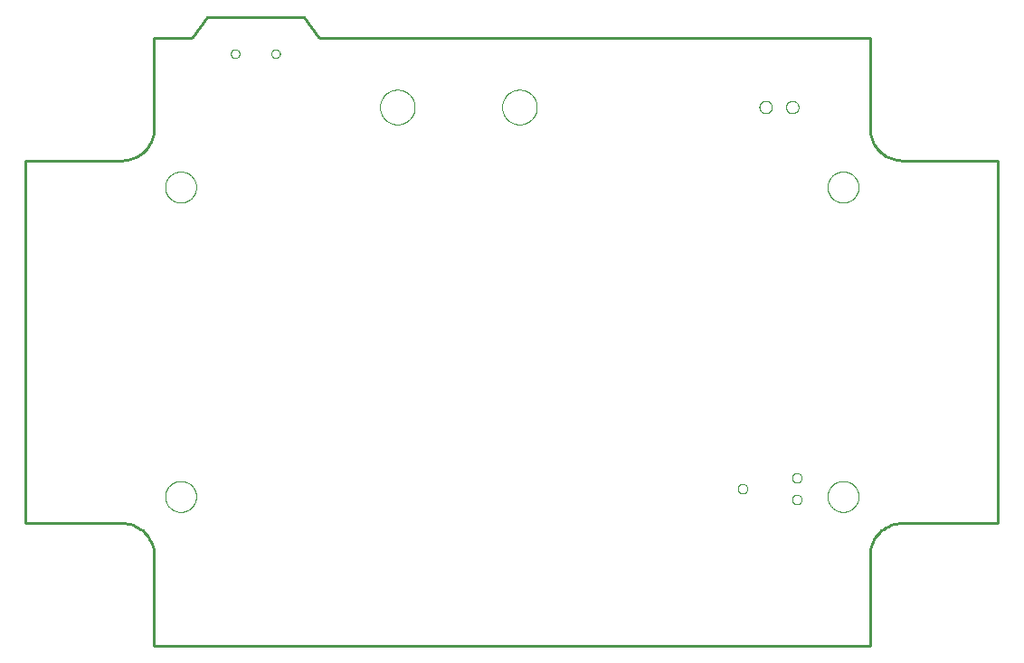
<source format=gko>
G04 EAGLE Gerber RS-274X export*
G75*
%MOMM*%
%FSLAX34Y34*%
%LPD*%
%INMechanicalNonPlated*%
%IPPOS*%
%AMOC8*
5,1,8,0,0,1.08239X$1,22.5*%
G01*
%ADD10C,0.000000*%
%ADD11C,0.254000*%


D10*
X0Y455000D02*
X90000Y455000D01*
X90725Y455009D01*
X91449Y455035D01*
X92173Y455079D01*
X92895Y455140D01*
X93616Y455219D01*
X94335Y455315D01*
X95051Y455428D01*
X95764Y455559D01*
X96474Y455707D01*
X97179Y455872D01*
X97881Y456054D01*
X98578Y456253D01*
X99271Y456468D01*
X99957Y456701D01*
X100638Y456950D01*
X101313Y457215D01*
X101981Y457496D01*
X102642Y457794D01*
X103296Y458107D01*
X103942Y458436D01*
X104580Y458781D01*
X105209Y459141D01*
X105829Y459516D01*
X106440Y459906D01*
X107042Y460310D01*
X107634Y460729D01*
X108215Y461163D01*
X108786Y461610D01*
X109345Y462071D01*
X109894Y462545D01*
X110430Y463032D01*
X110955Y463532D01*
X111468Y464045D01*
X111968Y464570D01*
X112455Y465106D01*
X112929Y465655D01*
X113390Y466214D01*
X113837Y466785D01*
X114271Y467366D01*
X114690Y467958D01*
X115094Y468560D01*
X115484Y469171D01*
X115859Y469791D01*
X116219Y470420D01*
X116564Y471058D01*
X116893Y471704D01*
X117206Y472358D01*
X117504Y473019D01*
X117785Y473687D01*
X118050Y474362D01*
X118299Y475043D01*
X118532Y475729D01*
X118747Y476422D01*
X118946Y477119D01*
X119128Y477821D01*
X119293Y478526D01*
X119441Y479236D01*
X119572Y479949D01*
X119685Y480665D01*
X119781Y481384D01*
X119860Y482105D01*
X119921Y482827D01*
X119965Y483551D01*
X119991Y484275D01*
X120000Y485000D01*
X120000Y570000D01*
X154495Y570000D01*
X154584Y570002D01*
X154672Y570008D01*
X154760Y570018D01*
X154848Y570031D01*
X154935Y570049D01*
X155021Y570070D01*
X155106Y570096D01*
X155190Y570125D01*
X155272Y570157D01*
X155353Y570194D01*
X155433Y570233D01*
X155510Y570277D01*
X155585Y570323D01*
X155659Y570373D01*
X155730Y570427D01*
X155798Y570483D01*
X155864Y570542D01*
X155927Y570604D01*
X155988Y570669D01*
X156045Y570737D01*
X156100Y570807D01*
X170000Y589500D01*
X260000Y589500D01*
X273900Y570807D01*
X273955Y570737D01*
X274012Y570669D01*
X274073Y570604D01*
X274136Y570542D01*
X274202Y570483D01*
X274270Y570427D01*
X274341Y570373D01*
X274415Y570323D01*
X274490Y570277D01*
X274567Y570233D01*
X274647Y570194D01*
X274728Y570157D01*
X274810Y570125D01*
X274894Y570096D01*
X274979Y570070D01*
X275065Y570049D01*
X275152Y570031D01*
X275240Y570018D01*
X275328Y570008D01*
X275416Y570002D01*
X275505Y570000D01*
X790000Y570000D01*
X790000Y485000D01*
X790009Y484275D01*
X790035Y483551D01*
X790079Y482827D01*
X790140Y482105D01*
X790219Y481384D01*
X790315Y480665D01*
X790428Y479949D01*
X790559Y479236D01*
X790707Y478526D01*
X790872Y477821D01*
X791054Y477119D01*
X791253Y476422D01*
X791468Y475729D01*
X791701Y475043D01*
X791950Y474362D01*
X792215Y473687D01*
X792496Y473019D01*
X792794Y472358D01*
X793107Y471704D01*
X793436Y471058D01*
X793781Y470420D01*
X794141Y469791D01*
X794516Y469171D01*
X794906Y468560D01*
X795310Y467958D01*
X795729Y467366D01*
X796163Y466785D01*
X796610Y466214D01*
X797071Y465655D01*
X797545Y465106D01*
X798032Y464570D01*
X798532Y464045D01*
X799045Y463532D01*
X799570Y463032D01*
X800106Y462545D01*
X800655Y462071D01*
X801214Y461610D01*
X801785Y461163D01*
X802366Y460729D01*
X802958Y460310D01*
X803560Y459906D01*
X804171Y459516D01*
X804791Y459141D01*
X805420Y458781D01*
X806058Y458436D01*
X806704Y458107D01*
X807358Y457794D01*
X808019Y457496D01*
X808687Y457215D01*
X809362Y456950D01*
X810043Y456701D01*
X810729Y456468D01*
X811422Y456253D01*
X812119Y456054D01*
X812821Y455872D01*
X813526Y455707D01*
X814236Y455559D01*
X814949Y455428D01*
X815665Y455315D01*
X816384Y455219D01*
X817105Y455140D01*
X817827Y455079D01*
X818551Y455035D01*
X819275Y455009D01*
X820000Y455000D01*
X910000Y455000D01*
X910000Y115000D01*
X820000Y115000D01*
X819275Y114991D01*
X818551Y114965D01*
X817827Y114921D01*
X817105Y114860D01*
X816384Y114781D01*
X815665Y114685D01*
X814949Y114572D01*
X814236Y114441D01*
X813526Y114293D01*
X812821Y114128D01*
X812119Y113946D01*
X811422Y113747D01*
X810729Y113532D01*
X810043Y113299D01*
X809362Y113050D01*
X808687Y112785D01*
X808019Y112504D01*
X807358Y112206D01*
X806704Y111893D01*
X806058Y111564D01*
X805420Y111219D01*
X804791Y110859D01*
X804171Y110484D01*
X803560Y110094D01*
X802958Y109690D01*
X802366Y109271D01*
X801785Y108837D01*
X801214Y108390D01*
X800655Y107929D01*
X800106Y107455D01*
X799570Y106968D01*
X799045Y106468D01*
X798532Y105955D01*
X798032Y105430D01*
X797545Y104894D01*
X797071Y104345D01*
X796610Y103786D01*
X796163Y103215D01*
X795729Y102634D01*
X795310Y102042D01*
X794906Y101440D01*
X794516Y100829D01*
X794141Y100209D01*
X793781Y99580D01*
X793436Y98942D01*
X793107Y98296D01*
X792794Y97642D01*
X792496Y96981D01*
X792215Y96313D01*
X791950Y95638D01*
X791701Y94957D01*
X791468Y94271D01*
X791253Y93578D01*
X791054Y92881D01*
X790872Y92179D01*
X790707Y91474D01*
X790559Y90764D01*
X790428Y90051D01*
X790315Y89335D01*
X790219Y88616D01*
X790140Y87895D01*
X790079Y87173D01*
X790035Y86449D01*
X790009Y85725D01*
X790000Y85000D01*
X790000Y0D01*
X120000Y0D01*
X120000Y85000D01*
X119991Y85725D01*
X119965Y86449D01*
X119921Y87173D01*
X119860Y87895D01*
X119781Y88616D01*
X119685Y89335D01*
X119572Y90051D01*
X119441Y90764D01*
X119293Y91474D01*
X119128Y92179D01*
X118946Y92881D01*
X118747Y93578D01*
X118532Y94271D01*
X118299Y94957D01*
X118050Y95638D01*
X117785Y96313D01*
X117504Y96981D01*
X117206Y97642D01*
X116893Y98296D01*
X116564Y98942D01*
X116219Y99580D01*
X115859Y100209D01*
X115484Y100829D01*
X115094Y101440D01*
X114690Y102042D01*
X114271Y102634D01*
X113837Y103215D01*
X113390Y103786D01*
X112929Y104345D01*
X112455Y104894D01*
X111968Y105430D01*
X111468Y105955D01*
X110955Y106468D01*
X110430Y106968D01*
X109894Y107455D01*
X109345Y107929D01*
X108786Y108390D01*
X108215Y108837D01*
X107634Y109271D01*
X107042Y109690D01*
X106440Y110094D01*
X105829Y110484D01*
X105209Y110859D01*
X104580Y111219D01*
X103942Y111564D01*
X103296Y111893D01*
X102642Y112206D01*
X101981Y112504D01*
X101313Y112785D01*
X100638Y113050D01*
X99957Y113299D01*
X99271Y113532D01*
X98578Y113747D01*
X97881Y113946D01*
X97179Y114128D01*
X96474Y114293D01*
X95764Y114441D01*
X95051Y114572D01*
X94335Y114685D01*
X93616Y114781D01*
X92895Y114860D01*
X92173Y114921D01*
X91449Y114965D01*
X90725Y114991D01*
X90000Y115000D01*
X0Y115000D01*
X0Y455000D01*
X130500Y430000D02*
X130504Y430356D01*
X130517Y430711D01*
X130539Y431067D01*
X130570Y431421D01*
X130609Y431775D01*
X130657Y432128D01*
X130713Y432479D01*
X130779Y432829D01*
X130852Y433177D01*
X130935Y433523D01*
X131025Y433867D01*
X131124Y434209D01*
X131232Y434548D01*
X131348Y434885D01*
X131472Y435218D01*
X131604Y435549D01*
X131744Y435876D01*
X131892Y436200D01*
X132048Y436519D01*
X132212Y436835D01*
X132384Y437147D01*
X132563Y437454D01*
X132750Y437757D01*
X132944Y438056D01*
X133145Y438349D01*
X133353Y438638D01*
X133569Y438921D01*
X133791Y439199D01*
X134020Y439471D01*
X134256Y439738D01*
X134498Y439998D01*
X134747Y440253D01*
X135002Y440502D01*
X135262Y440744D01*
X135529Y440980D01*
X135801Y441209D01*
X136079Y441431D01*
X136362Y441647D01*
X136651Y441855D01*
X136944Y442056D01*
X137243Y442250D01*
X137546Y442437D01*
X137853Y442616D01*
X138165Y442788D01*
X138481Y442952D01*
X138800Y443108D01*
X139124Y443256D01*
X139451Y443396D01*
X139782Y443528D01*
X140115Y443652D01*
X140452Y443768D01*
X140791Y443876D01*
X141133Y443975D01*
X141477Y444065D01*
X141823Y444148D01*
X142171Y444221D01*
X142521Y444287D01*
X142872Y444343D01*
X143225Y444391D01*
X143579Y444430D01*
X143933Y444461D01*
X144289Y444483D01*
X144644Y444496D01*
X145000Y444500D01*
X145356Y444496D01*
X145711Y444483D01*
X146067Y444461D01*
X146421Y444430D01*
X146775Y444391D01*
X147128Y444343D01*
X147479Y444287D01*
X147829Y444221D01*
X148177Y444148D01*
X148523Y444065D01*
X148867Y443975D01*
X149209Y443876D01*
X149548Y443768D01*
X149885Y443652D01*
X150218Y443528D01*
X150549Y443396D01*
X150876Y443256D01*
X151200Y443108D01*
X151519Y442952D01*
X151835Y442788D01*
X152147Y442616D01*
X152454Y442437D01*
X152757Y442250D01*
X153056Y442056D01*
X153349Y441855D01*
X153638Y441647D01*
X153921Y441431D01*
X154199Y441209D01*
X154471Y440980D01*
X154738Y440744D01*
X154998Y440502D01*
X155253Y440253D01*
X155502Y439998D01*
X155744Y439738D01*
X155980Y439471D01*
X156209Y439199D01*
X156431Y438921D01*
X156647Y438638D01*
X156855Y438349D01*
X157056Y438056D01*
X157250Y437757D01*
X157437Y437454D01*
X157616Y437147D01*
X157788Y436835D01*
X157952Y436519D01*
X158108Y436200D01*
X158256Y435876D01*
X158396Y435549D01*
X158528Y435218D01*
X158652Y434885D01*
X158768Y434548D01*
X158876Y434209D01*
X158975Y433867D01*
X159065Y433523D01*
X159148Y433177D01*
X159221Y432829D01*
X159287Y432479D01*
X159343Y432128D01*
X159391Y431775D01*
X159430Y431421D01*
X159461Y431067D01*
X159483Y430711D01*
X159496Y430356D01*
X159500Y430000D01*
X159496Y429644D01*
X159483Y429289D01*
X159461Y428933D01*
X159430Y428579D01*
X159391Y428225D01*
X159343Y427872D01*
X159287Y427521D01*
X159221Y427171D01*
X159148Y426823D01*
X159065Y426477D01*
X158975Y426133D01*
X158876Y425791D01*
X158768Y425452D01*
X158652Y425115D01*
X158528Y424782D01*
X158396Y424451D01*
X158256Y424124D01*
X158108Y423800D01*
X157952Y423481D01*
X157788Y423165D01*
X157616Y422853D01*
X157437Y422546D01*
X157250Y422243D01*
X157056Y421944D01*
X156855Y421651D01*
X156647Y421362D01*
X156431Y421079D01*
X156209Y420801D01*
X155980Y420529D01*
X155744Y420262D01*
X155502Y420002D01*
X155253Y419747D01*
X154998Y419498D01*
X154738Y419256D01*
X154471Y419020D01*
X154199Y418791D01*
X153921Y418569D01*
X153638Y418353D01*
X153349Y418145D01*
X153056Y417944D01*
X152757Y417750D01*
X152454Y417563D01*
X152147Y417384D01*
X151835Y417212D01*
X151519Y417048D01*
X151200Y416892D01*
X150876Y416744D01*
X150549Y416604D01*
X150218Y416472D01*
X149885Y416348D01*
X149548Y416232D01*
X149209Y416124D01*
X148867Y416025D01*
X148523Y415935D01*
X148177Y415852D01*
X147829Y415779D01*
X147479Y415713D01*
X147128Y415657D01*
X146775Y415609D01*
X146421Y415570D01*
X146067Y415539D01*
X145711Y415517D01*
X145356Y415504D01*
X145000Y415500D01*
X144644Y415504D01*
X144289Y415517D01*
X143933Y415539D01*
X143579Y415570D01*
X143225Y415609D01*
X142872Y415657D01*
X142521Y415713D01*
X142171Y415779D01*
X141823Y415852D01*
X141477Y415935D01*
X141133Y416025D01*
X140791Y416124D01*
X140452Y416232D01*
X140115Y416348D01*
X139782Y416472D01*
X139451Y416604D01*
X139124Y416744D01*
X138800Y416892D01*
X138481Y417048D01*
X138165Y417212D01*
X137853Y417384D01*
X137546Y417563D01*
X137243Y417750D01*
X136944Y417944D01*
X136651Y418145D01*
X136362Y418353D01*
X136079Y418569D01*
X135801Y418791D01*
X135529Y419020D01*
X135262Y419256D01*
X135002Y419498D01*
X134747Y419747D01*
X134498Y420002D01*
X134256Y420262D01*
X134020Y420529D01*
X133791Y420801D01*
X133569Y421079D01*
X133353Y421362D01*
X133145Y421651D01*
X132944Y421944D01*
X132750Y422243D01*
X132563Y422546D01*
X132384Y422853D01*
X132212Y423165D01*
X132048Y423481D01*
X131892Y423800D01*
X131744Y424124D01*
X131604Y424451D01*
X131472Y424782D01*
X131348Y425115D01*
X131232Y425452D01*
X131124Y425791D01*
X131025Y426133D01*
X130935Y426477D01*
X130852Y426823D01*
X130779Y427171D01*
X130713Y427521D01*
X130657Y427872D01*
X130609Y428225D01*
X130570Y428579D01*
X130539Y428933D01*
X130517Y429289D01*
X130504Y429644D01*
X130500Y430000D01*
X130500Y140000D02*
X130504Y140356D01*
X130517Y140711D01*
X130539Y141067D01*
X130570Y141421D01*
X130609Y141775D01*
X130657Y142128D01*
X130713Y142479D01*
X130779Y142829D01*
X130852Y143177D01*
X130935Y143523D01*
X131025Y143867D01*
X131124Y144209D01*
X131232Y144548D01*
X131348Y144885D01*
X131472Y145218D01*
X131604Y145549D01*
X131744Y145876D01*
X131892Y146200D01*
X132048Y146519D01*
X132212Y146835D01*
X132384Y147147D01*
X132563Y147454D01*
X132750Y147757D01*
X132944Y148056D01*
X133145Y148349D01*
X133353Y148638D01*
X133569Y148921D01*
X133791Y149199D01*
X134020Y149471D01*
X134256Y149738D01*
X134498Y149998D01*
X134747Y150253D01*
X135002Y150502D01*
X135262Y150744D01*
X135529Y150980D01*
X135801Y151209D01*
X136079Y151431D01*
X136362Y151647D01*
X136651Y151855D01*
X136944Y152056D01*
X137243Y152250D01*
X137546Y152437D01*
X137853Y152616D01*
X138165Y152788D01*
X138481Y152952D01*
X138800Y153108D01*
X139124Y153256D01*
X139451Y153396D01*
X139782Y153528D01*
X140115Y153652D01*
X140452Y153768D01*
X140791Y153876D01*
X141133Y153975D01*
X141477Y154065D01*
X141823Y154148D01*
X142171Y154221D01*
X142521Y154287D01*
X142872Y154343D01*
X143225Y154391D01*
X143579Y154430D01*
X143933Y154461D01*
X144289Y154483D01*
X144644Y154496D01*
X145000Y154500D01*
X145356Y154496D01*
X145711Y154483D01*
X146067Y154461D01*
X146421Y154430D01*
X146775Y154391D01*
X147128Y154343D01*
X147479Y154287D01*
X147829Y154221D01*
X148177Y154148D01*
X148523Y154065D01*
X148867Y153975D01*
X149209Y153876D01*
X149548Y153768D01*
X149885Y153652D01*
X150218Y153528D01*
X150549Y153396D01*
X150876Y153256D01*
X151200Y153108D01*
X151519Y152952D01*
X151835Y152788D01*
X152147Y152616D01*
X152454Y152437D01*
X152757Y152250D01*
X153056Y152056D01*
X153349Y151855D01*
X153638Y151647D01*
X153921Y151431D01*
X154199Y151209D01*
X154471Y150980D01*
X154738Y150744D01*
X154998Y150502D01*
X155253Y150253D01*
X155502Y149998D01*
X155744Y149738D01*
X155980Y149471D01*
X156209Y149199D01*
X156431Y148921D01*
X156647Y148638D01*
X156855Y148349D01*
X157056Y148056D01*
X157250Y147757D01*
X157437Y147454D01*
X157616Y147147D01*
X157788Y146835D01*
X157952Y146519D01*
X158108Y146200D01*
X158256Y145876D01*
X158396Y145549D01*
X158528Y145218D01*
X158652Y144885D01*
X158768Y144548D01*
X158876Y144209D01*
X158975Y143867D01*
X159065Y143523D01*
X159148Y143177D01*
X159221Y142829D01*
X159287Y142479D01*
X159343Y142128D01*
X159391Y141775D01*
X159430Y141421D01*
X159461Y141067D01*
X159483Y140711D01*
X159496Y140356D01*
X159500Y140000D01*
X159496Y139644D01*
X159483Y139289D01*
X159461Y138933D01*
X159430Y138579D01*
X159391Y138225D01*
X159343Y137872D01*
X159287Y137521D01*
X159221Y137171D01*
X159148Y136823D01*
X159065Y136477D01*
X158975Y136133D01*
X158876Y135791D01*
X158768Y135452D01*
X158652Y135115D01*
X158528Y134782D01*
X158396Y134451D01*
X158256Y134124D01*
X158108Y133800D01*
X157952Y133481D01*
X157788Y133165D01*
X157616Y132853D01*
X157437Y132546D01*
X157250Y132243D01*
X157056Y131944D01*
X156855Y131651D01*
X156647Y131362D01*
X156431Y131079D01*
X156209Y130801D01*
X155980Y130529D01*
X155744Y130262D01*
X155502Y130002D01*
X155253Y129747D01*
X154998Y129498D01*
X154738Y129256D01*
X154471Y129020D01*
X154199Y128791D01*
X153921Y128569D01*
X153638Y128353D01*
X153349Y128145D01*
X153056Y127944D01*
X152757Y127750D01*
X152454Y127563D01*
X152147Y127384D01*
X151835Y127212D01*
X151519Y127048D01*
X151200Y126892D01*
X150876Y126744D01*
X150549Y126604D01*
X150218Y126472D01*
X149885Y126348D01*
X149548Y126232D01*
X149209Y126124D01*
X148867Y126025D01*
X148523Y125935D01*
X148177Y125852D01*
X147829Y125779D01*
X147479Y125713D01*
X147128Y125657D01*
X146775Y125609D01*
X146421Y125570D01*
X146067Y125539D01*
X145711Y125517D01*
X145356Y125504D01*
X145000Y125500D01*
X144644Y125504D01*
X144289Y125517D01*
X143933Y125539D01*
X143579Y125570D01*
X143225Y125609D01*
X142872Y125657D01*
X142521Y125713D01*
X142171Y125779D01*
X141823Y125852D01*
X141477Y125935D01*
X141133Y126025D01*
X140791Y126124D01*
X140452Y126232D01*
X140115Y126348D01*
X139782Y126472D01*
X139451Y126604D01*
X139124Y126744D01*
X138800Y126892D01*
X138481Y127048D01*
X138165Y127212D01*
X137853Y127384D01*
X137546Y127563D01*
X137243Y127750D01*
X136944Y127944D01*
X136651Y128145D01*
X136362Y128353D01*
X136079Y128569D01*
X135801Y128791D01*
X135529Y129020D01*
X135262Y129256D01*
X135002Y129498D01*
X134747Y129747D01*
X134498Y130002D01*
X134256Y130262D01*
X134020Y130529D01*
X133791Y130801D01*
X133569Y131079D01*
X133353Y131362D01*
X133145Y131651D01*
X132944Y131944D01*
X132750Y132243D01*
X132563Y132546D01*
X132384Y132853D01*
X132212Y133165D01*
X132048Y133481D01*
X131892Y133800D01*
X131744Y134124D01*
X131604Y134451D01*
X131472Y134782D01*
X131348Y135115D01*
X131232Y135452D01*
X131124Y135791D01*
X131025Y136133D01*
X130935Y136477D01*
X130852Y136823D01*
X130779Y137171D01*
X130713Y137521D01*
X130657Y137872D01*
X130609Y138225D01*
X130570Y138579D01*
X130539Y138933D01*
X130517Y139289D01*
X130504Y139644D01*
X130500Y140000D01*
X750500Y140000D02*
X750504Y140356D01*
X750517Y140711D01*
X750539Y141067D01*
X750570Y141421D01*
X750609Y141775D01*
X750657Y142128D01*
X750713Y142479D01*
X750779Y142829D01*
X750852Y143177D01*
X750935Y143523D01*
X751025Y143867D01*
X751124Y144209D01*
X751232Y144548D01*
X751348Y144885D01*
X751472Y145218D01*
X751604Y145549D01*
X751744Y145876D01*
X751892Y146200D01*
X752048Y146519D01*
X752212Y146835D01*
X752384Y147147D01*
X752563Y147454D01*
X752750Y147757D01*
X752944Y148056D01*
X753145Y148349D01*
X753353Y148638D01*
X753569Y148921D01*
X753791Y149199D01*
X754020Y149471D01*
X754256Y149738D01*
X754498Y149998D01*
X754747Y150253D01*
X755002Y150502D01*
X755262Y150744D01*
X755529Y150980D01*
X755801Y151209D01*
X756079Y151431D01*
X756362Y151647D01*
X756651Y151855D01*
X756944Y152056D01*
X757243Y152250D01*
X757546Y152437D01*
X757853Y152616D01*
X758165Y152788D01*
X758481Y152952D01*
X758800Y153108D01*
X759124Y153256D01*
X759451Y153396D01*
X759782Y153528D01*
X760115Y153652D01*
X760452Y153768D01*
X760791Y153876D01*
X761133Y153975D01*
X761477Y154065D01*
X761823Y154148D01*
X762171Y154221D01*
X762521Y154287D01*
X762872Y154343D01*
X763225Y154391D01*
X763579Y154430D01*
X763933Y154461D01*
X764289Y154483D01*
X764644Y154496D01*
X765000Y154500D01*
X765356Y154496D01*
X765711Y154483D01*
X766067Y154461D01*
X766421Y154430D01*
X766775Y154391D01*
X767128Y154343D01*
X767479Y154287D01*
X767829Y154221D01*
X768177Y154148D01*
X768523Y154065D01*
X768867Y153975D01*
X769209Y153876D01*
X769548Y153768D01*
X769885Y153652D01*
X770218Y153528D01*
X770549Y153396D01*
X770876Y153256D01*
X771200Y153108D01*
X771519Y152952D01*
X771835Y152788D01*
X772147Y152616D01*
X772454Y152437D01*
X772757Y152250D01*
X773056Y152056D01*
X773349Y151855D01*
X773638Y151647D01*
X773921Y151431D01*
X774199Y151209D01*
X774471Y150980D01*
X774738Y150744D01*
X774998Y150502D01*
X775253Y150253D01*
X775502Y149998D01*
X775744Y149738D01*
X775980Y149471D01*
X776209Y149199D01*
X776431Y148921D01*
X776647Y148638D01*
X776855Y148349D01*
X777056Y148056D01*
X777250Y147757D01*
X777437Y147454D01*
X777616Y147147D01*
X777788Y146835D01*
X777952Y146519D01*
X778108Y146200D01*
X778256Y145876D01*
X778396Y145549D01*
X778528Y145218D01*
X778652Y144885D01*
X778768Y144548D01*
X778876Y144209D01*
X778975Y143867D01*
X779065Y143523D01*
X779148Y143177D01*
X779221Y142829D01*
X779287Y142479D01*
X779343Y142128D01*
X779391Y141775D01*
X779430Y141421D01*
X779461Y141067D01*
X779483Y140711D01*
X779496Y140356D01*
X779500Y140000D01*
X779496Y139644D01*
X779483Y139289D01*
X779461Y138933D01*
X779430Y138579D01*
X779391Y138225D01*
X779343Y137872D01*
X779287Y137521D01*
X779221Y137171D01*
X779148Y136823D01*
X779065Y136477D01*
X778975Y136133D01*
X778876Y135791D01*
X778768Y135452D01*
X778652Y135115D01*
X778528Y134782D01*
X778396Y134451D01*
X778256Y134124D01*
X778108Y133800D01*
X777952Y133481D01*
X777788Y133165D01*
X777616Y132853D01*
X777437Y132546D01*
X777250Y132243D01*
X777056Y131944D01*
X776855Y131651D01*
X776647Y131362D01*
X776431Y131079D01*
X776209Y130801D01*
X775980Y130529D01*
X775744Y130262D01*
X775502Y130002D01*
X775253Y129747D01*
X774998Y129498D01*
X774738Y129256D01*
X774471Y129020D01*
X774199Y128791D01*
X773921Y128569D01*
X773638Y128353D01*
X773349Y128145D01*
X773056Y127944D01*
X772757Y127750D01*
X772454Y127563D01*
X772147Y127384D01*
X771835Y127212D01*
X771519Y127048D01*
X771200Y126892D01*
X770876Y126744D01*
X770549Y126604D01*
X770218Y126472D01*
X769885Y126348D01*
X769548Y126232D01*
X769209Y126124D01*
X768867Y126025D01*
X768523Y125935D01*
X768177Y125852D01*
X767829Y125779D01*
X767479Y125713D01*
X767128Y125657D01*
X766775Y125609D01*
X766421Y125570D01*
X766067Y125539D01*
X765711Y125517D01*
X765356Y125504D01*
X765000Y125500D01*
X764644Y125504D01*
X764289Y125517D01*
X763933Y125539D01*
X763579Y125570D01*
X763225Y125609D01*
X762872Y125657D01*
X762521Y125713D01*
X762171Y125779D01*
X761823Y125852D01*
X761477Y125935D01*
X761133Y126025D01*
X760791Y126124D01*
X760452Y126232D01*
X760115Y126348D01*
X759782Y126472D01*
X759451Y126604D01*
X759124Y126744D01*
X758800Y126892D01*
X758481Y127048D01*
X758165Y127212D01*
X757853Y127384D01*
X757546Y127563D01*
X757243Y127750D01*
X756944Y127944D01*
X756651Y128145D01*
X756362Y128353D01*
X756079Y128569D01*
X755801Y128791D01*
X755529Y129020D01*
X755262Y129256D01*
X755002Y129498D01*
X754747Y129747D01*
X754498Y130002D01*
X754256Y130262D01*
X754020Y130529D01*
X753791Y130801D01*
X753569Y131079D01*
X753353Y131362D01*
X753145Y131651D01*
X752944Y131944D01*
X752750Y132243D01*
X752563Y132546D01*
X752384Y132853D01*
X752212Y133165D01*
X752048Y133481D01*
X751892Y133800D01*
X751744Y134124D01*
X751604Y134451D01*
X751472Y134782D01*
X751348Y135115D01*
X751232Y135452D01*
X751124Y135791D01*
X751025Y136133D01*
X750935Y136477D01*
X750852Y136823D01*
X750779Y137171D01*
X750713Y137521D01*
X750657Y137872D01*
X750609Y138225D01*
X750570Y138579D01*
X750539Y138933D01*
X750517Y139289D01*
X750504Y139644D01*
X750500Y140000D01*
X750500Y430000D02*
X750504Y430356D01*
X750517Y430711D01*
X750539Y431067D01*
X750570Y431421D01*
X750609Y431775D01*
X750657Y432128D01*
X750713Y432479D01*
X750779Y432829D01*
X750852Y433177D01*
X750935Y433523D01*
X751025Y433867D01*
X751124Y434209D01*
X751232Y434548D01*
X751348Y434885D01*
X751472Y435218D01*
X751604Y435549D01*
X751744Y435876D01*
X751892Y436200D01*
X752048Y436519D01*
X752212Y436835D01*
X752384Y437147D01*
X752563Y437454D01*
X752750Y437757D01*
X752944Y438056D01*
X753145Y438349D01*
X753353Y438638D01*
X753569Y438921D01*
X753791Y439199D01*
X754020Y439471D01*
X754256Y439738D01*
X754498Y439998D01*
X754747Y440253D01*
X755002Y440502D01*
X755262Y440744D01*
X755529Y440980D01*
X755801Y441209D01*
X756079Y441431D01*
X756362Y441647D01*
X756651Y441855D01*
X756944Y442056D01*
X757243Y442250D01*
X757546Y442437D01*
X757853Y442616D01*
X758165Y442788D01*
X758481Y442952D01*
X758800Y443108D01*
X759124Y443256D01*
X759451Y443396D01*
X759782Y443528D01*
X760115Y443652D01*
X760452Y443768D01*
X760791Y443876D01*
X761133Y443975D01*
X761477Y444065D01*
X761823Y444148D01*
X762171Y444221D01*
X762521Y444287D01*
X762872Y444343D01*
X763225Y444391D01*
X763579Y444430D01*
X763933Y444461D01*
X764289Y444483D01*
X764644Y444496D01*
X765000Y444500D01*
X765356Y444496D01*
X765711Y444483D01*
X766067Y444461D01*
X766421Y444430D01*
X766775Y444391D01*
X767128Y444343D01*
X767479Y444287D01*
X767829Y444221D01*
X768177Y444148D01*
X768523Y444065D01*
X768867Y443975D01*
X769209Y443876D01*
X769548Y443768D01*
X769885Y443652D01*
X770218Y443528D01*
X770549Y443396D01*
X770876Y443256D01*
X771200Y443108D01*
X771519Y442952D01*
X771835Y442788D01*
X772147Y442616D01*
X772454Y442437D01*
X772757Y442250D01*
X773056Y442056D01*
X773349Y441855D01*
X773638Y441647D01*
X773921Y441431D01*
X774199Y441209D01*
X774471Y440980D01*
X774738Y440744D01*
X774998Y440502D01*
X775253Y440253D01*
X775502Y439998D01*
X775744Y439738D01*
X775980Y439471D01*
X776209Y439199D01*
X776431Y438921D01*
X776647Y438638D01*
X776855Y438349D01*
X777056Y438056D01*
X777250Y437757D01*
X777437Y437454D01*
X777616Y437147D01*
X777788Y436835D01*
X777952Y436519D01*
X778108Y436200D01*
X778256Y435876D01*
X778396Y435549D01*
X778528Y435218D01*
X778652Y434885D01*
X778768Y434548D01*
X778876Y434209D01*
X778975Y433867D01*
X779065Y433523D01*
X779148Y433177D01*
X779221Y432829D01*
X779287Y432479D01*
X779343Y432128D01*
X779391Y431775D01*
X779430Y431421D01*
X779461Y431067D01*
X779483Y430711D01*
X779496Y430356D01*
X779500Y430000D01*
X779496Y429644D01*
X779483Y429289D01*
X779461Y428933D01*
X779430Y428579D01*
X779391Y428225D01*
X779343Y427872D01*
X779287Y427521D01*
X779221Y427171D01*
X779148Y426823D01*
X779065Y426477D01*
X778975Y426133D01*
X778876Y425791D01*
X778768Y425452D01*
X778652Y425115D01*
X778528Y424782D01*
X778396Y424451D01*
X778256Y424124D01*
X778108Y423800D01*
X777952Y423481D01*
X777788Y423165D01*
X777616Y422853D01*
X777437Y422546D01*
X777250Y422243D01*
X777056Y421944D01*
X776855Y421651D01*
X776647Y421362D01*
X776431Y421079D01*
X776209Y420801D01*
X775980Y420529D01*
X775744Y420262D01*
X775502Y420002D01*
X775253Y419747D01*
X774998Y419498D01*
X774738Y419256D01*
X774471Y419020D01*
X774199Y418791D01*
X773921Y418569D01*
X773638Y418353D01*
X773349Y418145D01*
X773056Y417944D01*
X772757Y417750D01*
X772454Y417563D01*
X772147Y417384D01*
X771835Y417212D01*
X771519Y417048D01*
X771200Y416892D01*
X770876Y416744D01*
X770549Y416604D01*
X770218Y416472D01*
X769885Y416348D01*
X769548Y416232D01*
X769209Y416124D01*
X768867Y416025D01*
X768523Y415935D01*
X768177Y415852D01*
X767829Y415779D01*
X767479Y415713D01*
X767128Y415657D01*
X766775Y415609D01*
X766421Y415570D01*
X766067Y415539D01*
X765711Y415517D01*
X765356Y415504D01*
X765000Y415500D01*
X764644Y415504D01*
X764289Y415517D01*
X763933Y415539D01*
X763579Y415570D01*
X763225Y415609D01*
X762872Y415657D01*
X762521Y415713D01*
X762171Y415779D01*
X761823Y415852D01*
X761477Y415935D01*
X761133Y416025D01*
X760791Y416124D01*
X760452Y416232D01*
X760115Y416348D01*
X759782Y416472D01*
X759451Y416604D01*
X759124Y416744D01*
X758800Y416892D01*
X758481Y417048D01*
X758165Y417212D01*
X757853Y417384D01*
X757546Y417563D01*
X757243Y417750D01*
X756944Y417944D01*
X756651Y418145D01*
X756362Y418353D01*
X756079Y418569D01*
X755801Y418791D01*
X755529Y419020D01*
X755262Y419256D01*
X755002Y419498D01*
X754747Y419747D01*
X754498Y420002D01*
X754256Y420262D01*
X754020Y420529D01*
X753791Y420801D01*
X753569Y421079D01*
X753353Y421362D01*
X753145Y421651D01*
X752944Y421944D01*
X752750Y422243D01*
X752563Y422546D01*
X752384Y422853D01*
X752212Y423165D01*
X752048Y423481D01*
X751892Y423800D01*
X751744Y424124D01*
X751604Y424451D01*
X751472Y424782D01*
X751348Y425115D01*
X751232Y425452D01*
X751124Y425791D01*
X751025Y426133D01*
X750935Y426477D01*
X750852Y426823D01*
X750779Y427171D01*
X750713Y427521D01*
X750657Y427872D01*
X750609Y428225D01*
X750570Y428579D01*
X750539Y428933D01*
X750517Y429289D01*
X750504Y429644D01*
X750500Y430000D01*
X331600Y505000D02*
X331605Y505399D01*
X331620Y505797D01*
X331644Y506195D01*
X331678Y506593D01*
X331722Y506989D01*
X331776Y507384D01*
X331839Y507778D01*
X331912Y508170D01*
X331995Y508560D01*
X332087Y508948D01*
X332189Y509334D01*
X332300Y509717D01*
X332420Y510097D01*
X332550Y510474D01*
X332689Y510848D01*
X332837Y511219D01*
X332994Y511585D01*
X333160Y511948D01*
X333335Y512306D01*
X333519Y512660D01*
X333711Y513010D01*
X333912Y513354D01*
X334121Y513694D01*
X334339Y514028D01*
X334564Y514357D01*
X334798Y514680D01*
X335039Y514998D01*
X335289Y515309D01*
X335545Y515614D01*
X335810Y515913D01*
X336081Y516205D01*
X336360Y516490D01*
X336645Y516769D01*
X336937Y517040D01*
X337236Y517305D01*
X337541Y517561D01*
X337852Y517811D01*
X338170Y518052D01*
X338493Y518286D01*
X338822Y518511D01*
X339156Y518729D01*
X339496Y518938D01*
X339840Y519139D01*
X340190Y519331D01*
X340544Y519515D01*
X340902Y519690D01*
X341265Y519856D01*
X341631Y520013D01*
X342002Y520161D01*
X342376Y520300D01*
X342753Y520430D01*
X343133Y520550D01*
X343516Y520661D01*
X343902Y520763D01*
X344290Y520855D01*
X344680Y520938D01*
X345072Y521011D01*
X345466Y521074D01*
X345861Y521128D01*
X346257Y521172D01*
X346655Y521206D01*
X347053Y521230D01*
X347451Y521245D01*
X347850Y521250D01*
X348249Y521245D01*
X348647Y521230D01*
X349045Y521206D01*
X349443Y521172D01*
X349839Y521128D01*
X350234Y521074D01*
X350628Y521011D01*
X351020Y520938D01*
X351410Y520855D01*
X351798Y520763D01*
X352184Y520661D01*
X352567Y520550D01*
X352947Y520430D01*
X353324Y520300D01*
X353698Y520161D01*
X354069Y520013D01*
X354435Y519856D01*
X354798Y519690D01*
X355156Y519515D01*
X355510Y519331D01*
X355860Y519139D01*
X356204Y518938D01*
X356544Y518729D01*
X356878Y518511D01*
X357207Y518286D01*
X357530Y518052D01*
X357848Y517811D01*
X358159Y517561D01*
X358464Y517305D01*
X358763Y517040D01*
X359055Y516769D01*
X359340Y516490D01*
X359619Y516205D01*
X359890Y515913D01*
X360155Y515614D01*
X360411Y515309D01*
X360661Y514998D01*
X360902Y514680D01*
X361136Y514357D01*
X361361Y514028D01*
X361579Y513694D01*
X361788Y513354D01*
X361989Y513010D01*
X362181Y512660D01*
X362365Y512306D01*
X362540Y511948D01*
X362706Y511585D01*
X362863Y511219D01*
X363011Y510848D01*
X363150Y510474D01*
X363280Y510097D01*
X363400Y509717D01*
X363511Y509334D01*
X363613Y508948D01*
X363705Y508560D01*
X363788Y508170D01*
X363861Y507778D01*
X363924Y507384D01*
X363978Y506989D01*
X364022Y506593D01*
X364056Y506195D01*
X364080Y505797D01*
X364095Y505399D01*
X364100Y505000D01*
X364095Y504601D01*
X364080Y504203D01*
X364056Y503805D01*
X364022Y503407D01*
X363978Y503011D01*
X363924Y502616D01*
X363861Y502222D01*
X363788Y501830D01*
X363705Y501440D01*
X363613Y501052D01*
X363511Y500666D01*
X363400Y500283D01*
X363280Y499903D01*
X363150Y499526D01*
X363011Y499152D01*
X362863Y498781D01*
X362706Y498415D01*
X362540Y498052D01*
X362365Y497694D01*
X362181Y497340D01*
X361989Y496990D01*
X361788Y496646D01*
X361579Y496306D01*
X361361Y495972D01*
X361136Y495643D01*
X360902Y495320D01*
X360661Y495002D01*
X360411Y494691D01*
X360155Y494386D01*
X359890Y494087D01*
X359619Y493795D01*
X359340Y493510D01*
X359055Y493231D01*
X358763Y492960D01*
X358464Y492695D01*
X358159Y492439D01*
X357848Y492189D01*
X357530Y491948D01*
X357207Y491714D01*
X356878Y491489D01*
X356544Y491271D01*
X356204Y491062D01*
X355860Y490861D01*
X355510Y490669D01*
X355156Y490485D01*
X354798Y490310D01*
X354435Y490144D01*
X354069Y489987D01*
X353698Y489839D01*
X353324Y489700D01*
X352947Y489570D01*
X352567Y489450D01*
X352184Y489339D01*
X351798Y489237D01*
X351410Y489145D01*
X351020Y489062D01*
X350628Y488989D01*
X350234Y488926D01*
X349839Y488872D01*
X349443Y488828D01*
X349045Y488794D01*
X348647Y488770D01*
X348249Y488755D01*
X347850Y488750D01*
X347451Y488755D01*
X347053Y488770D01*
X346655Y488794D01*
X346257Y488828D01*
X345861Y488872D01*
X345466Y488926D01*
X345072Y488989D01*
X344680Y489062D01*
X344290Y489145D01*
X343902Y489237D01*
X343516Y489339D01*
X343133Y489450D01*
X342753Y489570D01*
X342376Y489700D01*
X342002Y489839D01*
X341631Y489987D01*
X341265Y490144D01*
X340902Y490310D01*
X340544Y490485D01*
X340190Y490669D01*
X339840Y490861D01*
X339496Y491062D01*
X339156Y491271D01*
X338822Y491489D01*
X338493Y491714D01*
X338170Y491948D01*
X337852Y492189D01*
X337541Y492439D01*
X337236Y492695D01*
X336937Y492960D01*
X336645Y493231D01*
X336360Y493510D01*
X336081Y493795D01*
X335810Y494087D01*
X335545Y494386D01*
X335289Y494691D01*
X335039Y495002D01*
X334798Y495320D01*
X334564Y495643D01*
X334339Y495972D01*
X334121Y496306D01*
X333912Y496646D01*
X333711Y496990D01*
X333519Y497340D01*
X333335Y497694D01*
X333160Y498052D01*
X332994Y498415D01*
X332837Y498781D01*
X332689Y499152D01*
X332550Y499526D01*
X332420Y499903D01*
X332300Y500283D01*
X332189Y500666D01*
X332087Y501052D01*
X331995Y501440D01*
X331912Y501830D01*
X331839Y502222D01*
X331776Y502616D01*
X331722Y503011D01*
X331678Y503407D01*
X331644Y503805D01*
X331620Y504203D01*
X331605Y504601D01*
X331600Y505000D01*
X445900Y505000D02*
X445905Y505399D01*
X445920Y505797D01*
X445944Y506195D01*
X445978Y506593D01*
X446022Y506989D01*
X446076Y507384D01*
X446139Y507778D01*
X446212Y508170D01*
X446295Y508560D01*
X446387Y508948D01*
X446489Y509334D01*
X446600Y509717D01*
X446720Y510097D01*
X446850Y510474D01*
X446989Y510848D01*
X447137Y511219D01*
X447294Y511585D01*
X447460Y511948D01*
X447635Y512306D01*
X447819Y512660D01*
X448011Y513010D01*
X448212Y513354D01*
X448421Y513694D01*
X448639Y514028D01*
X448864Y514357D01*
X449098Y514680D01*
X449339Y514998D01*
X449589Y515309D01*
X449845Y515614D01*
X450110Y515913D01*
X450381Y516205D01*
X450660Y516490D01*
X450945Y516769D01*
X451237Y517040D01*
X451536Y517305D01*
X451841Y517561D01*
X452152Y517811D01*
X452470Y518052D01*
X452793Y518286D01*
X453122Y518511D01*
X453456Y518729D01*
X453796Y518938D01*
X454140Y519139D01*
X454490Y519331D01*
X454844Y519515D01*
X455202Y519690D01*
X455565Y519856D01*
X455931Y520013D01*
X456302Y520161D01*
X456676Y520300D01*
X457053Y520430D01*
X457433Y520550D01*
X457816Y520661D01*
X458202Y520763D01*
X458590Y520855D01*
X458980Y520938D01*
X459372Y521011D01*
X459766Y521074D01*
X460161Y521128D01*
X460557Y521172D01*
X460955Y521206D01*
X461353Y521230D01*
X461751Y521245D01*
X462150Y521250D01*
X462549Y521245D01*
X462947Y521230D01*
X463345Y521206D01*
X463743Y521172D01*
X464139Y521128D01*
X464534Y521074D01*
X464928Y521011D01*
X465320Y520938D01*
X465710Y520855D01*
X466098Y520763D01*
X466484Y520661D01*
X466867Y520550D01*
X467247Y520430D01*
X467624Y520300D01*
X467998Y520161D01*
X468369Y520013D01*
X468735Y519856D01*
X469098Y519690D01*
X469456Y519515D01*
X469810Y519331D01*
X470160Y519139D01*
X470504Y518938D01*
X470844Y518729D01*
X471178Y518511D01*
X471507Y518286D01*
X471830Y518052D01*
X472148Y517811D01*
X472459Y517561D01*
X472764Y517305D01*
X473063Y517040D01*
X473355Y516769D01*
X473640Y516490D01*
X473919Y516205D01*
X474190Y515913D01*
X474455Y515614D01*
X474711Y515309D01*
X474961Y514998D01*
X475202Y514680D01*
X475436Y514357D01*
X475661Y514028D01*
X475879Y513694D01*
X476088Y513354D01*
X476289Y513010D01*
X476481Y512660D01*
X476665Y512306D01*
X476840Y511948D01*
X477006Y511585D01*
X477163Y511219D01*
X477311Y510848D01*
X477450Y510474D01*
X477580Y510097D01*
X477700Y509717D01*
X477811Y509334D01*
X477913Y508948D01*
X478005Y508560D01*
X478088Y508170D01*
X478161Y507778D01*
X478224Y507384D01*
X478278Y506989D01*
X478322Y506593D01*
X478356Y506195D01*
X478380Y505797D01*
X478395Y505399D01*
X478400Y505000D01*
X478395Y504601D01*
X478380Y504203D01*
X478356Y503805D01*
X478322Y503407D01*
X478278Y503011D01*
X478224Y502616D01*
X478161Y502222D01*
X478088Y501830D01*
X478005Y501440D01*
X477913Y501052D01*
X477811Y500666D01*
X477700Y500283D01*
X477580Y499903D01*
X477450Y499526D01*
X477311Y499152D01*
X477163Y498781D01*
X477006Y498415D01*
X476840Y498052D01*
X476665Y497694D01*
X476481Y497340D01*
X476289Y496990D01*
X476088Y496646D01*
X475879Y496306D01*
X475661Y495972D01*
X475436Y495643D01*
X475202Y495320D01*
X474961Y495002D01*
X474711Y494691D01*
X474455Y494386D01*
X474190Y494087D01*
X473919Y493795D01*
X473640Y493510D01*
X473355Y493231D01*
X473063Y492960D01*
X472764Y492695D01*
X472459Y492439D01*
X472148Y492189D01*
X471830Y491948D01*
X471507Y491714D01*
X471178Y491489D01*
X470844Y491271D01*
X470504Y491062D01*
X470160Y490861D01*
X469810Y490669D01*
X469456Y490485D01*
X469098Y490310D01*
X468735Y490144D01*
X468369Y489987D01*
X467998Y489839D01*
X467624Y489700D01*
X467247Y489570D01*
X466867Y489450D01*
X466484Y489339D01*
X466098Y489237D01*
X465710Y489145D01*
X465320Y489062D01*
X464928Y488989D01*
X464534Y488926D01*
X464139Y488872D01*
X463743Y488828D01*
X463345Y488794D01*
X462947Y488770D01*
X462549Y488755D01*
X462150Y488750D01*
X461751Y488755D01*
X461353Y488770D01*
X460955Y488794D01*
X460557Y488828D01*
X460161Y488872D01*
X459766Y488926D01*
X459372Y488989D01*
X458980Y489062D01*
X458590Y489145D01*
X458202Y489237D01*
X457816Y489339D01*
X457433Y489450D01*
X457053Y489570D01*
X456676Y489700D01*
X456302Y489839D01*
X455931Y489987D01*
X455565Y490144D01*
X455202Y490310D01*
X454844Y490485D01*
X454490Y490669D01*
X454140Y490861D01*
X453796Y491062D01*
X453456Y491271D01*
X453122Y491489D01*
X452793Y491714D01*
X452470Y491948D01*
X452152Y492189D01*
X451841Y492439D01*
X451536Y492695D01*
X451237Y492960D01*
X450945Y493231D01*
X450660Y493510D01*
X450381Y493795D01*
X450110Y494087D01*
X449845Y494386D01*
X449589Y494691D01*
X449339Y495002D01*
X449098Y495320D01*
X448864Y495643D01*
X448639Y495972D01*
X448421Y496306D01*
X448212Y496646D01*
X448011Y496990D01*
X447819Y497340D01*
X447635Y497694D01*
X447460Y498052D01*
X447294Y498415D01*
X447137Y498781D01*
X446989Y499152D01*
X446850Y499526D01*
X446720Y499903D01*
X446600Y500283D01*
X446489Y500666D01*
X446387Y501052D01*
X446295Y501440D01*
X446212Y501830D01*
X446139Y502222D01*
X446076Y502616D01*
X446022Y503011D01*
X445978Y503407D01*
X445944Y503805D01*
X445920Y504203D01*
X445905Y504601D01*
X445900Y505000D01*
X230000Y555000D02*
X230002Y555126D01*
X230008Y555252D01*
X230018Y555378D01*
X230032Y555504D01*
X230050Y555629D01*
X230072Y555753D01*
X230097Y555877D01*
X230127Y556000D01*
X230160Y556121D01*
X230198Y556242D01*
X230239Y556361D01*
X230284Y556480D01*
X230332Y556596D01*
X230384Y556711D01*
X230440Y556824D01*
X230500Y556936D01*
X230563Y557045D01*
X230629Y557153D01*
X230698Y557258D01*
X230771Y557361D01*
X230848Y557462D01*
X230927Y557560D01*
X231009Y557656D01*
X231095Y557749D01*
X231183Y557840D01*
X231274Y557927D01*
X231368Y558012D01*
X231464Y558093D01*
X231563Y558172D01*
X231664Y558247D01*
X231768Y558319D01*
X231874Y558388D01*
X231982Y558454D01*
X232092Y558516D01*
X232204Y558574D01*
X232317Y558629D01*
X232433Y558680D01*
X232550Y558728D01*
X232668Y558772D01*
X232788Y558812D01*
X232909Y558848D01*
X233031Y558881D01*
X233154Y558910D01*
X233278Y558934D01*
X233402Y558955D01*
X233527Y558972D01*
X233653Y558985D01*
X233779Y558994D01*
X233905Y558999D01*
X234032Y559000D01*
X234158Y558997D01*
X234284Y558990D01*
X234410Y558979D01*
X234535Y558964D01*
X234660Y558945D01*
X234784Y558922D01*
X234908Y558896D01*
X235030Y558865D01*
X235152Y558831D01*
X235272Y558792D01*
X235391Y558750D01*
X235509Y558705D01*
X235625Y558655D01*
X235740Y558602D01*
X235852Y558545D01*
X235963Y558485D01*
X236072Y558421D01*
X236179Y558354D01*
X236284Y558284D01*
X236387Y558210D01*
X236487Y558133D01*
X236585Y558053D01*
X236680Y557970D01*
X236772Y557884D01*
X236862Y557795D01*
X236949Y557703D01*
X237032Y557609D01*
X237113Y557512D01*
X237191Y557412D01*
X237266Y557310D01*
X237337Y557206D01*
X237405Y557099D01*
X237469Y556991D01*
X237530Y556880D01*
X237588Y556768D01*
X237642Y556654D01*
X237692Y556538D01*
X237739Y556421D01*
X237782Y556302D01*
X237821Y556182D01*
X237857Y556061D01*
X237888Y555938D01*
X237916Y555815D01*
X237940Y555691D01*
X237960Y555566D01*
X237976Y555441D01*
X237988Y555315D01*
X237996Y555189D01*
X238000Y555063D01*
X238000Y554937D01*
X237996Y554811D01*
X237988Y554685D01*
X237976Y554559D01*
X237960Y554434D01*
X237940Y554309D01*
X237916Y554185D01*
X237888Y554062D01*
X237857Y553939D01*
X237821Y553818D01*
X237782Y553698D01*
X237739Y553579D01*
X237692Y553462D01*
X237642Y553346D01*
X237588Y553232D01*
X237530Y553120D01*
X237469Y553009D01*
X237405Y552901D01*
X237337Y552794D01*
X237266Y552690D01*
X237191Y552588D01*
X237113Y552488D01*
X237032Y552391D01*
X236949Y552297D01*
X236862Y552205D01*
X236772Y552116D01*
X236680Y552030D01*
X236585Y551947D01*
X236487Y551867D01*
X236387Y551790D01*
X236284Y551716D01*
X236179Y551646D01*
X236072Y551579D01*
X235963Y551515D01*
X235852Y551455D01*
X235740Y551398D01*
X235625Y551345D01*
X235509Y551295D01*
X235391Y551250D01*
X235272Y551208D01*
X235152Y551169D01*
X235030Y551135D01*
X234908Y551104D01*
X234784Y551078D01*
X234660Y551055D01*
X234535Y551036D01*
X234410Y551021D01*
X234284Y551010D01*
X234158Y551003D01*
X234032Y551000D01*
X233905Y551001D01*
X233779Y551006D01*
X233653Y551015D01*
X233527Y551028D01*
X233402Y551045D01*
X233278Y551066D01*
X233154Y551090D01*
X233031Y551119D01*
X232909Y551152D01*
X232788Y551188D01*
X232668Y551228D01*
X232550Y551272D01*
X232433Y551320D01*
X232317Y551371D01*
X232204Y551426D01*
X232092Y551484D01*
X231982Y551546D01*
X231874Y551612D01*
X231768Y551681D01*
X231664Y551753D01*
X231563Y551828D01*
X231464Y551907D01*
X231368Y551988D01*
X231274Y552073D01*
X231183Y552160D01*
X231095Y552251D01*
X231009Y552344D01*
X230927Y552440D01*
X230848Y552538D01*
X230771Y552639D01*
X230698Y552742D01*
X230629Y552847D01*
X230563Y552955D01*
X230500Y553064D01*
X230440Y553176D01*
X230384Y553289D01*
X230332Y553404D01*
X230284Y553520D01*
X230239Y553639D01*
X230198Y553758D01*
X230160Y553879D01*
X230127Y554000D01*
X230097Y554123D01*
X230072Y554247D01*
X230050Y554371D01*
X230032Y554496D01*
X230018Y554622D01*
X230008Y554748D01*
X230002Y554874D01*
X230000Y555000D01*
X192000Y555000D02*
X192002Y555126D01*
X192008Y555252D01*
X192018Y555378D01*
X192032Y555504D01*
X192050Y555629D01*
X192072Y555753D01*
X192097Y555877D01*
X192127Y556000D01*
X192160Y556121D01*
X192198Y556242D01*
X192239Y556361D01*
X192284Y556480D01*
X192332Y556596D01*
X192384Y556711D01*
X192440Y556824D01*
X192500Y556936D01*
X192563Y557045D01*
X192629Y557153D01*
X192698Y557258D01*
X192771Y557361D01*
X192848Y557462D01*
X192927Y557560D01*
X193009Y557656D01*
X193095Y557749D01*
X193183Y557840D01*
X193274Y557927D01*
X193368Y558012D01*
X193464Y558093D01*
X193563Y558172D01*
X193664Y558247D01*
X193768Y558319D01*
X193874Y558388D01*
X193982Y558454D01*
X194092Y558516D01*
X194204Y558574D01*
X194317Y558629D01*
X194433Y558680D01*
X194550Y558728D01*
X194668Y558772D01*
X194788Y558812D01*
X194909Y558848D01*
X195031Y558881D01*
X195154Y558910D01*
X195278Y558934D01*
X195402Y558955D01*
X195527Y558972D01*
X195653Y558985D01*
X195779Y558994D01*
X195905Y558999D01*
X196032Y559000D01*
X196158Y558997D01*
X196284Y558990D01*
X196410Y558979D01*
X196535Y558964D01*
X196660Y558945D01*
X196784Y558922D01*
X196908Y558896D01*
X197030Y558865D01*
X197152Y558831D01*
X197272Y558792D01*
X197391Y558750D01*
X197509Y558705D01*
X197625Y558655D01*
X197740Y558602D01*
X197852Y558545D01*
X197963Y558485D01*
X198072Y558421D01*
X198179Y558354D01*
X198284Y558284D01*
X198387Y558210D01*
X198487Y558133D01*
X198585Y558053D01*
X198680Y557970D01*
X198772Y557884D01*
X198862Y557795D01*
X198949Y557703D01*
X199032Y557609D01*
X199113Y557512D01*
X199191Y557412D01*
X199266Y557310D01*
X199337Y557206D01*
X199405Y557099D01*
X199469Y556991D01*
X199530Y556880D01*
X199588Y556768D01*
X199642Y556654D01*
X199692Y556538D01*
X199739Y556421D01*
X199782Y556302D01*
X199821Y556182D01*
X199857Y556061D01*
X199888Y555938D01*
X199916Y555815D01*
X199940Y555691D01*
X199960Y555566D01*
X199976Y555441D01*
X199988Y555315D01*
X199996Y555189D01*
X200000Y555063D01*
X200000Y554937D01*
X199996Y554811D01*
X199988Y554685D01*
X199976Y554559D01*
X199960Y554434D01*
X199940Y554309D01*
X199916Y554185D01*
X199888Y554062D01*
X199857Y553939D01*
X199821Y553818D01*
X199782Y553698D01*
X199739Y553579D01*
X199692Y553462D01*
X199642Y553346D01*
X199588Y553232D01*
X199530Y553120D01*
X199469Y553009D01*
X199405Y552901D01*
X199337Y552794D01*
X199266Y552690D01*
X199191Y552588D01*
X199113Y552488D01*
X199032Y552391D01*
X198949Y552297D01*
X198862Y552205D01*
X198772Y552116D01*
X198680Y552030D01*
X198585Y551947D01*
X198487Y551867D01*
X198387Y551790D01*
X198284Y551716D01*
X198179Y551646D01*
X198072Y551579D01*
X197963Y551515D01*
X197852Y551455D01*
X197740Y551398D01*
X197625Y551345D01*
X197509Y551295D01*
X197391Y551250D01*
X197272Y551208D01*
X197152Y551169D01*
X197030Y551135D01*
X196908Y551104D01*
X196784Y551078D01*
X196660Y551055D01*
X196535Y551036D01*
X196410Y551021D01*
X196284Y551010D01*
X196158Y551003D01*
X196032Y551000D01*
X195905Y551001D01*
X195779Y551006D01*
X195653Y551015D01*
X195527Y551028D01*
X195402Y551045D01*
X195278Y551066D01*
X195154Y551090D01*
X195031Y551119D01*
X194909Y551152D01*
X194788Y551188D01*
X194668Y551228D01*
X194550Y551272D01*
X194433Y551320D01*
X194317Y551371D01*
X194204Y551426D01*
X194092Y551484D01*
X193982Y551546D01*
X193874Y551612D01*
X193768Y551681D01*
X193664Y551753D01*
X193563Y551828D01*
X193464Y551907D01*
X193368Y551988D01*
X193274Y552073D01*
X193183Y552160D01*
X193095Y552251D01*
X193009Y552344D01*
X192927Y552440D01*
X192848Y552538D01*
X192771Y552639D01*
X192698Y552742D01*
X192629Y552847D01*
X192563Y552955D01*
X192500Y553064D01*
X192440Y553176D01*
X192384Y553289D01*
X192332Y553404D01*
X192284Y553520D01*
X192239Y553639D01*
X192198Y553758D01*
X192160Y553879D01*
X192127Y554000D01*
X192097Y554123D01*
X192072Y554247D01*
X192050Y554371D01*
X192032Y554496D01*
X192018Y554622D01*
X192008Y554748D01*
X192002Y554874D01*
X192000Y555000D01*
X666455Y147300D02*
X666457Y147433D01*
X666463Y147566D01*
X666473Y147698D01*
X666487Y147831D01*
X666505Y147962D01*
X666526Y148094D01*
X666552Y148224D01*
X666582Y148354D01*
X666615Y148483D01*
X666652Y148610D01*
X666694Y148737D01*
X666738Y148862D01*
X666787Y148986D01*
X666839Y149108D01*
X666895Y149229D01*
X666955Y149348D01*
X667018Y149465D01*
X667084Y149580D01*
X667154Y149693D01*
X667227Y149804D01*
X667304Y149913D01*
X667384Y150019D01*
X667467Y150123D01*
X667553Y150225D01*
X667642Y150323D01*
X667733Y150419D01*
X667828Y150513D01*
X667926Y150603D01*
X668026Y150691D01*
X668129Y150775D01*
X668234Y150857D01*
X668341Y150935D01*
X668451Y151010D01*
X668563Y151081D01*
X668678Y151149D01*
X668794Y151214D01*
X668912Y151276D01*
X669032Y151333D01*
X669153Y151387D01*
X669276Y151438D01*
X669401Y151484D01*
X669526Y151527D01*
X669654Y151567D01*
X669782Y151602D01*
X669911Y151634D01*
X670041Y151661D01*
X670172Y151685D01*
X670303Y151705D01*
X670435Y151721D01*
X670568Y151733D01*
X670701Y151741D01*
X670834Y151745D01*
X670966Y151745D01*
X671099Y151741D01*
X671232Y151733D01*
X671365Y151721D01*
X671497Y151705D01*
X671628Y151685D01*
X671759Y151661D01*
X671889Y151634D01*
X672018Y151602D01*
X672146Y151567D01*
X672274Y151527D01*
X672399Y151484D01*
X672524Y151438D01*
X672647Y151387D01*
X672768Y151333D01*
X672888Y151276D01*
X673006Y151214D01*
X673123Y151149D01*
X673237Y151081D01*
X673349Y151010D01*
X673459Y150935D01*
X673566Y150857D01*
X673671Y150775D01*
X673774Y150691D01*
X673874Y150603D01*
X673972Y150513D01*
X674067Y150419D01*
X674158Y150323D01*
X674247Y150225D01*
X674333Y150123D01*
X674416Y150019D01*
X674496Y149913D01*
X674573Y149804D01*
X674646Y149693D01*
X674716Y149580D01*
X674782Y149465D01*
X674845Y149348D01*
X674905Y149229D01*
X674961Y149108D01*
X675013Y148986D01*
X675062Y148862D01*
X675106Y148737D01*
X675148Y148610D01*
X675185Y148483D01*
X675218Y148354D01*
X675248Y148224D01*
X675274Y148094D01*
X675295Y147962D01*
X675313Y147831D01*
X675327Y147698D01*
X675337Y147566D01*
X675343Y147433D01*
X675345Y147300D01*
X675343Y147167D01*
X675337Y147034D01*
X675327Y146902D01*
X675313Y146769D01*
X675295Y146638D01*
X675274Y146506D01*
X675248Y146376D01*
X675218Y146246D01*
X675185Y146117D01*
X675148Y145990D01*
X675106Y145863D01*
X675062Y145738D01*
X675013Y145614D01*
X674961Y145492D01*
X674905Y145371D01*
X674845Y145252D01*
X674782Y145135D01*
X674716Y145020D01*
X674646Y144907D01*
X674573Y144796D01*
X674496Y144687D01*
X674416Y144581D01*
X674333Y144477D01*
X674247Y144375D01*
X674158Y144277D01*
X674067Y144181D01*
X673972Y144087D01*
X673874Y143997D01*
X673774Y143909D01*
X673671Y143825D01*
X673566Y143743D01*
X673459Y143665D01*
X673349Y143590D01*
X673237Y143519D01*
X673122Y143451D01*
X673006Y143386D01*
X672888Y143324D01*
X672768Y143267D01*
X672647Y143213D01*
X672524Y143162D01*
X672399Y143116D01*
X672274Y143073D01*
X672146Y143033D01*
X672018Y142998D01*
X671889Y142966D01*
X671759Y142939D01*
X671628Y142915D01*
X671497Y142895D01*
X671365Y142879D01*
X671232Y142867D01*
X671099Y142859D01*
X670966Y142855D01*
X670834Y142855D01*
X670701Y142859D01*
X670568Y142867D01*
X670435Y142879D01*
X670303Y142895D01*
X670172Y142915D01*
X670041Y142939D01*
X669911Y142966D01*
X669782Y142998D01*
X669654Y143033D01*
X669526Y143073D01*
X669401Y143116D01*
X669276Y143162D01*
X669153Y143213D01*
X669032Y143267D01*
X668912Y143324D01*
X668794Y143386D01*
X668677Y143451D01*
X668563Y143519D01*
X668451Y143590D01*
X668341Y143665D01*
X668234Y143743D01*
X668129Y143825D01*
X668026Y143909D01*
X667926Y143997D01*
X667828Y144087D01*
X667733Y144181D01*
X667642Y144277D01*
X667553Y144375D01*
X667467Y144477D01*
X667384Y144581D01*
X667304Y144687D01*
X667227Y144796D01*
X667154Y144907D01*
X667084Y145020D01*
X667018Y145135D01*
X666955Y145252D01*
X666895Y145371D01*
X666839Y145492D01*
X666787Y145614D01*
X666738Y145738D01*
X666694Y145863D01*
X666652Y145990D01*
X666615Y146117D01*
X666582Y146246D01*
X666552Y146376D01*
X666526Y146506D01*
X666505Y146638D01*
X666487Y146769D01*
X666473Y146902D01*
X666463Y147034D01*
X666457Y147167D01*
X666455Y147300D01*
X717255Y137140D02*
X717257Y137273D01*
X717263Y137406D01*
X717273Y137538D01*
X717287Y137671D01*
X717305Y137802D01*
X717326Y137934D01*
X717352Y138064D01*
X717382Y138194D01*
X717415Y138323D01*
X717452Y138450D01*
X717494Y138577D01*
X717538Y138702D01*
X717587Y138826D01*
X717639Y138948D01*
X717695Y139069D01*
X717755Y139188D01*
X717818Y139305D01*
X717884Y139420D01*
X717954Y139533D01*
X718027Y139644D01*
X718104Y139753D01*
X718184Y139859D01*
X718267Y139963D01*
X718353Y140065D01*
X718442Y140163D01*
X718533Y140259D01*
X718628Y140353D01*
X718726Y140443D01*
X718826Y140531D01*
X718929Y140615D01*
X719034Y140697D01*
X719141Y140775D01*
X719251Y140850D01*
X719363Y140921D01*
X719478Y140989D01*
X719594Y141054D01*
X719712Y141116D01*
X719832Y141173D01*
X719953Y141227D01*
X720076Y141278D01*
X720201Y141324D01*
X720326Y141367D01*
X720454Y141407D01*
X720582Y141442D01*
X720711Y141474D01*
X720841Y141501D01*
X720972Y141525D01*
X721103Y141545D01*
X721235Y141561D01*
X721368Y141573D01*
X721501Y141581D01*
X721634Y141585D01*
X721766Y141585D01*
X721899Y141581D01*
X722032Y141573D01*
X722165Y141561D01*
X722297Y141545D01*
X722428Y141525D01*
X722559Y141501D01*
X722689Y141474D01*
X722818Y141442D01*
X722946Y141407D01*
X723074Y141367D01*
X723199Y141324D01*
X723324Y141278D01*
X723447Y141227D01*
X723568Y141173D01*
X723688Y141116D01*
X723806Y141054D01*
X723923Y140989D01*
X724037Y140921D01*
X724149Y140850D01*
X724259Y140775D01*
X724366Y140697D01*
X724471Y140615D01*
X724574Y140531D01*
X724674Y140443D01*
X724772Y140353D01*
X724867Y140259D01*
X724958Y140163D01*
X725047Y140065D01*
X725133Y139963D01*
X725216Y139859D01*
X725296Y139753D01*
X725373Y139644D01*
X725446Y139533D01*
X725516Y139420D01*
X725582Y139305D01*
X725645Y139188D01*
X725705Y139069D01*
X725761Y138948D01*
X725813Y138826D01*
X725862Y138702D01*
X725906Y138577D01*
X725948Y138450D01*
X725985Y138323D01*
X726018Y138194D01*
X726048Y138064D01*
X726074Y137934D01*
X726095Y137802D01*
X726113Y137671D01*
X726127Y137538D01*
X726137Y137406D01*
X726143Y137273D01*
X726145Y137140D01*
X726143Y137007D01*
X726137Y136874D01*
X726127Y136742D01*
X726113Y136609D01*
X726095Y136478D01*
X726074Y136346D01*
X726048Y136216D01*
X726018Y136086D01*
X725985Y135957D01*
X725948Y135830D01*
X725906Y135703D01*
X725862Y135578D01*
X725813Y135454D01*
X725761Y135332D01*
X725705Y135211D01*
X725645Y135092D01*
X725582Y134975D01*
X725516Y134860D01*
X725446Y134747D01*
X725373Y134636D01*
X725296Y134527D01*
X725216Y134421D01*
X725133Y134317D01*
X725047Y134215D01*
X724958Y134117D01*
X724867Y134021D01*
X724772Y133927D01*
X724674Y133837D01*
X724574Y133749D01*
X724471Y133665D01*
X724366Y133583D01*
X724259Y133505D01*
X724149Y133430D01*
X724037Y133359D01*
X723922Y133291D01*
X723806Y133226D01*
X723688Y133164D01*
X723568Y133107D01*
X723447Y133053D01*
X723324Y133002D01*
X723199Y132956D01*
X723074Y132913D01*
X722946Y132873D01*
X722818Y132838D01*
X722689Y132806D01*
X722559Y132779D01*
X722428Y132755D01*
X722297Y132735D01*
X722165Y132719D01*
X722032Y132707D01*
X721899Y132699D01*
X721766Y132695D01*
X721634Y132695D01*
X721501Y132699D01*
X721368Y132707D01*
X721235Y132719D01*
X721103Y132735D01*
X720972Y132755D01*
X720841Y132779D01*
X720711Y132806D01*
X720582Y132838D01*
X720454Y132873D01*
X720326Y132913D01*
X720201Y132956D01*
X720076Y133002D01*
X719953Y133053D01*
X719832Y133107D01*
X719712Y133164D01*
X719594Y133226D01*
X719477Y133291D01*
X719363Y133359D01*
X719251Y133430D01*
X719141Y133505D01*
X719034Y133583D01*
X718929Y133665D01*
X718826Y133749D01*
X718726Y133837D01*
X718628Y133927D01*
X718533Y134021D01*
X718442Y134117D01*
X718353Y134215D01*
X718267Y134317D01*
X718184Y134421D01*
X718104Y134527D01*
X718027Y134636D01*
X717954Y134747D01*
X717884Y134860D01*
X717818Y134975D01*
X717755Y135092D01*
X717695Y135211D01*
X717639Y135332D01*
X717587Y135454D01*
X717538Y135578D01*
X717494Y135703D01*
X717452Y135830D01*
X717415Y135957D01*
X717382Y136086D01*
X717352Y136216D01*
X717326Y136346D01*
X717305Y136478D01*
X717287Y136609D01*
X717273Y136742D01*
X717263Y136874D01*
X717257Y137007D01*
X717255Y137140D01*
X717255Y157460D02*
X717257Y157593D01*
X717263Y157726D01*
X717273Y157858D01*
X717287Y157991D01*
X717305Y158122D01*
X717326Y158254D01*
X717352Y158384D01*
X717382Y158514D01*
X717415Y158643D01*
X717452Y158770D01*
X717494Y158897D01*
X717538Y159022D01*
X717587Y159146D01*
X717639Y159268D01*
X717695Y159389D01*
X717755Y159508D01*
X717818Y159625D01*
X717884Y159740D01*
X717954Y159853D01*
X718027Y159964D01*
X718104Y160073D01*
X718184Y160179D01*
X718267Y160283D01*
X718353Y160385D01*
X718442Y160483D01*
X718533Y160579D01*
X718628Y160673D01*
X718726Y160763D01*
X718826Y160851D01*
X718929Y160935D01*
X719034Y161017D01*
X719141Y161095D01*
X719251Y161170D01*
X719363Y161241D01*
X719478Y161309D01*
X719594Y161374D01*
X719712Y161436D01*
X719832Y161493D01*
X719953Y161547D01*
X720076Y161598D01*
X720201Y161644D01*
X720326Y161687D01*
X720454Y161727D01*
X720582Y161762D01*
X720711Y161794D01*
X720841Y161821D01*
X720972Y161845D01*
X721103Y161865D01*
X721235Y161881D01*
X721368Y161893D01*
X721501Y161901D01*
X721634Y161905D01*
X721766Y161905D01*
X721899Y161901D01*
X722032Y161893D01*
X722165Y161881D01*
X722297Y161865D01*
X722428Y161845D01*
X722559Y161821D01*
X722689Y161794D01*
X722818Y161762D01*
X722946Y161727D01*
X723074Y161687D01*
X723199Y161644D01*
X723324Y161598D01*
X723447Y161547D01*
X723568Y161493D01*
X723688Y161436D01*
X723806Y161374D01*
X723923Y161309D01*
X724037Y161241D01*
X724149Y161170D01*
X724259Y161095D01*
X724366Y161017D01*
X724471Y160935D01*
X724574Y160851D01*
X724674Y160763D01*
X724772Y160673D01*
X724867Y160579D01*
X724958Y160483D01*
X725047Y160385D01*
X725133Y160283D01*
X725216Y160179D01*
X725296Y160073D01*
X725373Y159964D01*
X725446Y159853D01*
X725516Y159740D01*
X725582Y159625D01*
X725645Y159508D01*
X725705Y159389D01*
X725761Y159268D01*
X725813Y159146D01*
X725862Y159022D01*
X725906Y158897D01*
X725948Y158770D01*
X725985Y158643D01*
X726018Y158514D01*
X726048Y158384D01*
X726074Y158254D01*
X726095Y158122D01*
X726113Y157991D01*
X726127Y157858D01*
X726137Y157726D01*
X726143Y157593D01*
X726145Y157460D01*
X726143Y157327D01*
X726137Y157194D01*
X726127Y157062D01*
X726113Y156929D01*
X726095Y156798D01*
X726074Y156666D01*
X726048Y156536D01*
X726018Y156406D01*
X725985Y156277D01*
X725948Y156150D01*
X725906Y156023D01*
X725862Y155898D01*
X725813Y155774D01*
X725761Y155652D01*
X725705Y155531D01*
X725645Y155412D01*
X725582Y155295D01*
X725516Y155180D01*
X725446Y155067D01*
X725373Y154956D01*
X725296Y154847D01*
X725216Y154741D01*
X725133Y154637D01*
X725047Y154535D01*
X724958Y154437D01*
X724867Y154341D01*
X724772Y154247D01*
X724674Y154157D01*
X724574Y154069D01*
X724471Y153985D01*
X724366Y153903D01*
X724259Y153825D01*
X724149Y153750D01*
X724037Y153679D01*
X723922Y153611D01*
X723806Y153546D01*
X723688Y153484D01*
X723568Y153427D01*
X723447Y153373D01*
X723324Y153322D01*
X723199Y153276D01*
X723074Y153233D01*
X722946Y153193D01*
X722818Y153158D01*
X722689Y153126D01*
X722559Y153099D01*
X722428Y153075D01*
X722297Y153055D01*
X722165Y153039D01*
X722032Y153027D01*
X721899Y153019D01*
X721766Y153015D01*
X721634Y153015D01*
X721501Y153019D01*
X721368Y153027D01*
X721235Y153039D01*
X721103Y153055D01*
X720972Y153075D01*
X720841Y153099D01*
X720711Y153126D01*
X720582Y153158D01*
X720454Y153193D01*
X720326Y153233D01*
X720201Y153276D01*
X720076Y153322D01*
X719953Y153373D01*
X719832Y153427D01*
X719712Y153484D01*
X719594Y153546D01*
X719477Y153611D01*
X719363Y153679D01*
X719251Y153750D01*
X719141Y153825D01*
X719034Y153903D01*
X718929Y153985D01*
X718826Y154069D01*
X718726Y154157D01*
X718628Y154247D01*
X718533Y154341D01*
X718442Y154437D01*
X718353Y154535D01*
X718267Y154637D01*
X718184Y154741D01*
X718104Y154847D01*
X718027Y154956D01*
X717954Y155067D01*
X717884Y155180D01*
X717818Y155295D01*
X717755Y155412D01*
X717695Y155531D01*
X717639Y155652D01*
X717587Y155774D01*
X717538Y155898D01*
X717494Y156023D01*
X717452Y156150D01*
X717415Y156277D01*
X717382Y156406D01*
X717352Y156536D01*
X717326Y156666D01*
X717305Y156798D01*
X717287Y156929D01*
X717273Y157062D01*
X717263Y157194D01*
X717257Y157327D01*
X717255Y157460D01*
X711658Y505000D02*
X711660Y505152D01*
X711666Y505304D01*
X711676Y505456D01*
X711690Y505608D01*
X711708Y505759D01*
X711729Y505910D01*
X711755Y506060D01*
X711785Y506210D01*
X711818Y506358D01*
X711855Y506506D01*
X711897Y506653D01*
X711942Y506798D01*
X711990Y506942D01*
X712043Y507085D01*
X712099Y507227D01*
X712159Y507367D01*
X712222Y507505D01*
X712290Y507642D01*
X712360Y507777D01*
X712434Y507910D01*
X712512Y508041D01*
X712593Y508170D01*
X712677Y508297D01*
X712765Y508422D01*
X712856Y508544D01*
X712950Y508664D01*
X713047Y508781D01*
X713147Y508896D01*
X713250Y509008D01*
X713356Y509117D01*
X713464Y509224D01*
X713576Y509328D01*
X713690Y509429D01*
X713807Y509526D01*
X713926Y509621D01*
X714048Y509713D01*
X714172Y509801D01*
X714298Y509886D01*
X714426Y509968D01*
X714557Y510047D01*
X714690Y510122D01*
X714824Y510193D01*
X714960Y510261D01*
X715098Y510326D01*
X715238Y510386D01*
X715379Y510443D01*
X715522Y510497D01*
X715666Y510547D01*
X715811Y510593D01*
X715957Y510635D01*
X716105Y510673D01*
X716253Y510707D01*
X716402Y510738D01*
X716552Y510765D01*
X716703Y510787D01*
X716854Y510806D01*
X717006Y510821D01*
X717158Y510832D01*
X717310Y510839D01*
X717462Y510842D01*
X717614Y510841D01*
X717766Y510836D01*
X717918Y510827D01*
X718070Y510814D01*
X718222Y510797D01*
X718372Y510776D01*
X718523Y510752D01*
X718672Y510723D01*
X718821Y510691D01*
X718969Y510654D01*
X719116Y510614D01*
X719262Y510570D01*
X719406Y510522D01*
X719550Y510471D01*
X719692Y510415D01*
X719832Y510356D01*
X719971Y510294D01*
X720108Y510228D01*
X720243Y510158D01*
X720377Y510085D01*
X720508Y510008D01*
X720638Y509928D01*
X720765Y509844D01*
X720891Y509757D01*
X721013Y509667D01*
X721134Y509574D01*
X721252Y509478D01*
X721367Y509379D01*
X721480Y509276D01*
X721590Y509171D01*
X721698Y509063D01*
X721802Y508952D01*
X721904Y508839D01*
X722002Y508723D01*
X722098Y508604D01*
X722190Y508483D01*
X722279Y508359D01*
X722365Y508234D01*
X722448Y508106D01*
X722527Y507976D01*
X722603Y507844D01*
X722676Y507710D01*
X722744Y507574D01*
X722810Y507436D01*
X722871Y507297D01*
X722930Y507156D01*
X722984Y507014D01*
X723035Y506870D01*
X723081Y506725D01*
X723124Y506579D01*
X723164Y506432D01*
X723199Y506284D01*
X723231Y506135D01*
X723258Y505985D01*
X723282Y505835D01*
X723302Y505684D01*
X723318Y505532D01*
X723330Y505381D01*
X723338Y505228D01*
X723342Y505076D01*
X723342Y504924D01*
X723338Y504772D01*
X723330Y504619D01*
X723318Y504468D01*
X723302Y504316D01*
X723282Y504165D01*
X723258Y504015D01*
X723231Y503865D01*
X723199Y503716D01*
X723164Y503568D01*
X723124Y503421D01*
X723081Y503275D01*
X723035Y503130D01*
X722984Y502986D01*
X722930Y502844D01*
X722871Y502703D01*
X722810Y502564D01*
X722744Y502426D01*
X722676Y502290D01*
X722603Y502156D01*
X722527Y502024D01*
X722448Y501894D01*
X722365Y501766D01*
X722279Y501641D01*
X722190Y501517D01*
X722098Y501396D01*
X722002Y501277D01*
X721904Y501161D01*
X721802Y501048D01*
X721698Y500937D01*
X721590Y500829D01*
X721480Y500724D01*
X721367Y500621D01*
X721252Y500522D01*
X721134Y500426D01*
X721013Y500333D01*
X720891Y500243D01*
X720765Y500156D01*
X720638Y500072D01*
X720508Y499992D01*
X720377Y499915D01*
X720243Y499842D01*
X720108Y499772D01*
X719971Y499706D01*
X719832Y499644D01*
X719692Y499585D01*
X719550Y499529D01*
X719406Y499478D01*
X719262Y499430D01*
X719116Y499386D01*
X718969Y499346D01*
X718821Y499309D01*
X718672Y499277D01*
X718523Y499248D01*
X718372Y499224D01*
X718222Y499203D01*
X718070Y499186D01*
X717918Y499173D01*
X717766Y499164D01*
X717614Y499159D01*
X717462Y499158D01*
X717310Y499161D01*
X717158Y499168D01*
X717006Y499179D01*
X716854Y499194D01*
X716703Y499213D01*
X716552Y499235D01*
X716402Y499262D01*
X716253Y499293D01*
X716105Y499327D01*
X715957Y499365D01*
X715811Y499407D01*
X715666Y499453D01*
X715522Y499503D01*
X715379Y499557D01*
X715238Y499614D01*
X715098Y499674D01*
X714960Y499739D01*
X714824Y499807D01*
X714690Y499878D01*
X714557Y499953D01*
X714426Y500032D01*
X714298Y500114D01*
X714172Y500199D01*
X714048Y500287D01*
X713926Y500379D01*
X713807Y500474D01*
X713690Y500571D01*
X713576Y500672D01*
X713464Y500776D01*
X713356Y500883D01*
X713250Y500992D01*
X713147Y501104D01*
X713047Y501219D01*
X712950Y501336D01*
X712856Y501456D01*
X712765Y501578D01*
X712677Y501703D01*
X712593Y501830D01*
X712512Y501959D01*
X712434Y502090D01*
X712360Y502223D01*
X712290Y502358D01*
X712222Y502495D01*
X712159Y502633D01*
X712099Y502773D01*
X712043Y502915D01*
X711990Y503058D01*
X711942Y503202D01*
X711897Y503347D01*
X711855Y503494D01*
X711818Y503642D01*
X711785Y503790D01*
X711755Y503940D01*
X711729Y504090D01*
X711708Y504241D01*
X711690Y504392D01*
X711676Y504544D01*
X711666Y504696D01*
X711660Y504848D01*
X711658Y505000D01*
X686658Y505000D02*
X686660Y505152D01*
X686666Y505304D01*
X686676Y505456D01*
X686690Y505608D01*
X686708Y505759D01*
X686729Y505910D01*
X686755Y506060D01*
X686785Y506210D01*
X686818Y506358D01*
X686855Y506506D01*
X686897Y506653D01*
X686942Y506798D01*
X686990Y506942D01*
X687043Y507085D01*
X687099Y507227D01*
X687159Y507367D01*
X687222Y507505D01*
X687290Y507642D01*
X687360Y507777D01*
X687434Y507910D01*
X687512Y508041D01*
X687593Y508170D01*
X687677Y508297D01*
X687765Y508422D01*
X687856Y508544D01*
X687950Y508664D01*
X688047Y508781D01*
X688147Y508896D01*
X688250Y509008D01*
X688356Y509117D01*
X688464Y509224D01*
X688576Y509328D01*
X688690Y509429D01*
X688807Y509526D01*
X688926Y509621D01*
X689048Y509713D01*
X689172Y509801D01*
X689298Y509886D01*
X689426Y509968D01*
X689557Y510047D01*
X689690Y510122D01*
X689824Y510193D01*
X689960Y510261D01*
X690098Y510326D01*
X690238Y510386D01*
X690379Y510443D01*
X690522Y510497D01*
X690666Y510547D01*
X690811Y510593D01*
X690957Y510635D01*
X691105Y510673D01*
X691253Y510707D01*
X691402Y510738D01*
X691552Y510765D01*
X691703Y510787D01*
X691854Y510806D01*
X692006Y510821D01*
X692158Y510832D01*
X692310Y510839D01*
X692462Y510842D01*
X692614Y510841D01*
X692766Y510836D01*
X692918Y510827D01*
X693070Y510814D01*
X693222Y510797D01*
X693372Y510776D01*
X693523Y510752D01*
X693672Y510723D01*
X693821Y510691D01*
X693969Y510654D01*
X694116Y510614D01*
X694262Y510570D01*
X694406Y510522D01*
X694550Y510471D01*
X694692Y510415D01*
X694832Y510356D01*
X694971Y510294D01*
X695108Y510228D01*
X695243Y510158D01*
X695377Y510085D01*
X695508Y510008D01*
X695638Y509928D01*
X695765Y509844D01*
X695891Y509757D01*
X696013Y509667D01*
X696134Y509574D01*
X696252Y509478D01*
X696367Y509379D01*
X696480Y509276D01*
X696590Y509171D01*
X696698Y509063D01*
X696802Y508952D01*
X696904Y508839D01*
X697002Y508723D01*
X697098Y508604D01*
X697190Y508483D01*
X697279Y508359D01*
X697365Y508234D01*
X697448Y508106D01*
X697527Y507976D01*
X697603Y507844D01*
X697676Y507710D01*
X697744Y507574D01*
X697810Y507436D01*
X697871Y507297D01*
X697930Y507156D01*
X697984Y507014D01*
X698035Y506870D01*
X698081Y506725D01*
X698124Y506579D01*
X698164Y506432D01*
X698199Y506284D01*
X698231Y506135D01*
X698258Y505985D01*
X698282Y505835D01*
X698302Y505684D01*
X698318Y505532D01*
X698330Y505381D01*
X698338Y505228D01*
X698342Y505076D01*
X698342Y504924D01*
X698338Y504772D01*
X698330Y504619D01*
X698318Y504468D01*
X698302Y504316D01*
X698282Y504165D01*
X698258Y504015D01*
X698231Y503865D01*
X698199Y503716D01*
X698164Y503568D01*
X698124Y503421D01*
X698081Y503275D01*
X698035Y503130D01*
X697984Y502986D01*
X697930Y502844D01*
X697871Y502703D01*
X697810Y502564D01*
X697744Y502426D01*
X697676Y502290D01*
X697603Y502156D01*
X697527Y502024D01*
X697448Y501894D01*
X697365Y501766D01*
X697279Y501641D01*
X697190Y501517D01*
X697098Y501396D01*
X697002Y501277D01*
X696904Y501161D01*
X696802Y501048D01*
X696698Y500937D01*
X696590Y500829D01*
X696480Y500724D01*
X696367Y500621D01*
X696252Y500522D01*
X696134Y500426D01*
X696013Y500333D01*
X695891Y500243D01*
X695765Y500156D01*
X695638Y500072D01*
X695508Y499992D01*
X695377Y499915D01*
X695243Y499842D01*
X695108Y499772D01*
X694971Y499706D01*
X694832Y499644D01*
X694692Y499585D01*
X694550Y499529D01*
X694406Y499478D01*
X694262Y499430D01*
X694116Y499386D01*
X693969Y499346D01*
X693821Y499309D01*
X693672Y499277D01*
X693523Y499248D01*
X693372Y499224D01*
X693222Y499203D01*
X693070Y499186D01*
X692918Y499173D01*
X692766Y499164D01*
X692614Y499159D01*
X692462Y499158D01*
X692310Y499161D01*
X692158Y499168D01*
X692006Y499179D01*
X691854Y499194D01*
X691703Y499213D01*
X691552Y499235D01*
X691402Y499262D01*
X691253Y499293D01*
X691105Y499327D01*
X690957Y499365D01*
X690811Y499407D01*
X690666Y499453D01*
X690522Y499503D01*
X690379Y499557D01*
X690238Y499614D01*
X690098Y499674D01*
X689960Y499739D01*
X689824Y499807D01*
X689690Y499878D01*
X689557Y499953D01*
X689426Y500032D01*
X689298Y500114D01*
X689172Y500199D01*
X689048Y500287D01*
X688926Y500379D01*
X688807Y500474D01*
X688690Y500571D01*
X688576Y500672D01*
X688464Y500776D01*
X688356Y500883D01*
X688250Y500992D01*
X688147Y501104D01*
X688047Y501219D01*
X687950Y501336D01*
X687856Y501456D01*
X687765Y501578D01*
X687677Y501703D01*
X687593Y501830D01*
X687512Y501959D01*
X687434Y502090D01*
X687360Y502223D01*
X687290Y502358D01*
X687222Y502495D01*
X687159Y502633D01*
X687099Y502773D01*
X687043Y502915D01*
X686990Y503058D01*
X686942Y503202D01*
X686897Y503347D01*
X686855Y503494D01*
X686818Y503642D01*
X686785Y503790D01*
X686755Y503940D01*
X686729Y504090D01*
X686708Y504241D01*
X686690Y504392D01*
X686676Y504544D01*
X686666Y504696D01*
X686660Y504848D01*
X686658Y505000D01*
D11*
X0Y115000D02*
X90000Y115000D01*
X92615Y114886D01*
X95209Y114544D01*
X97765Y113978D01*
X100261Y113191D01*
X102679Y112189D01*
X105000Y110981D01*
X107207Y109575D01*
X109284Y107981D01*
X111213Y106213D01*
X112981Y104284D01*
X114575Y102207D01*
X115981Y100000D01*
X117189Y97679D01*
X118191Y95261D01*
X118978Y92765D01*
X119544Y90209D01*
X119886Y87615D01*
X120000Y85000D01*
X120000Y0D01*
X790000Y0D01*
X790000Y85000D01*
X790114Y87615D01*
X790456Y90209D01*
X791022Y92765D01*
X791809Y95261D01*
X792811Y97679D01*
X794019Y100000D01*
X795425Y102207D01*
X797019Y104284D01*
X798787Y106213D01*
X800716Y107981D01*
X802793Y109575D01*
X805000Y110981D01*
X807321Y112189D01*
X809739Y113191D01*
X812235Y113978D01*
X814791Y114544D01*
X817385Y114886D01*
X820000Y115000D01*
X910000Y115000D01*
X910000Y455000D01*
X820000Y455000D01*
X817385Y455114D01*
X814791Y455456D01*
X812235Y456022D01*
X809739Y456809D01*
X807321Y457811D01*
X805000Y459019D01*
X802793Y460425D01*
X800716Y462019D01*
X798787Y463787D01*
X797019Y465716D01*
X795425Y467793D01*
X794019Y470000D01*
X792811Y472321D01*
X791809Y474739D01*
X791022Y477235D01*
X790456Y479791D01*
X790114Y482385D01*
X790000Y485000D01*
X790000Y570000D01*
X275505Y570000D01*
X275388Y570003D01*
X275214Y570021D01*
X275043Y570054D01*
X274875Y570102D01*
X274712Y570164D01*
X274555Y570240D01*
X274405Y570330D01*
X274264Y570432D01*
X274132Y570546D01*
X274010Y570671D01*
X273900Y570807D01*
X260000Y589500D01*
X170000Y589500D01*
X156100Y570807D01*
X156027Y570714D01*
X155909Y570586D01*
X155780Y570468D01*
X155642Y570362D01*
X155495Y570268D01*
X155340Y570187D01*
X155179Y570121D01*
X155012Y570068D01*
X154842Y570030D01*
X154669Y570008D01*
X154495Y570000D01*
X120000Y570000D01*
X120000Y485000D01*
X119886Y482385D01*
X119544Y479791D01*
X118978Y477235D01*
X118191Y474739D01*
X117189Y472321D01*
X115981Y470000D01*
X114575Y467793D01*
X112981Y465716D01*
X111213Y463787D01*
X109284Y462019D01*
X107207Y460425D01*
X105000Y459019D01*
X102679Y457811D01*
X100261Y456809D01*
X97765Y456022D01*
X95209Y455456D01*
X92615Y455114D01*
X90000Y455000D01*
X0Y455000D01*
X0Y115000D01*
M02*

</source>
